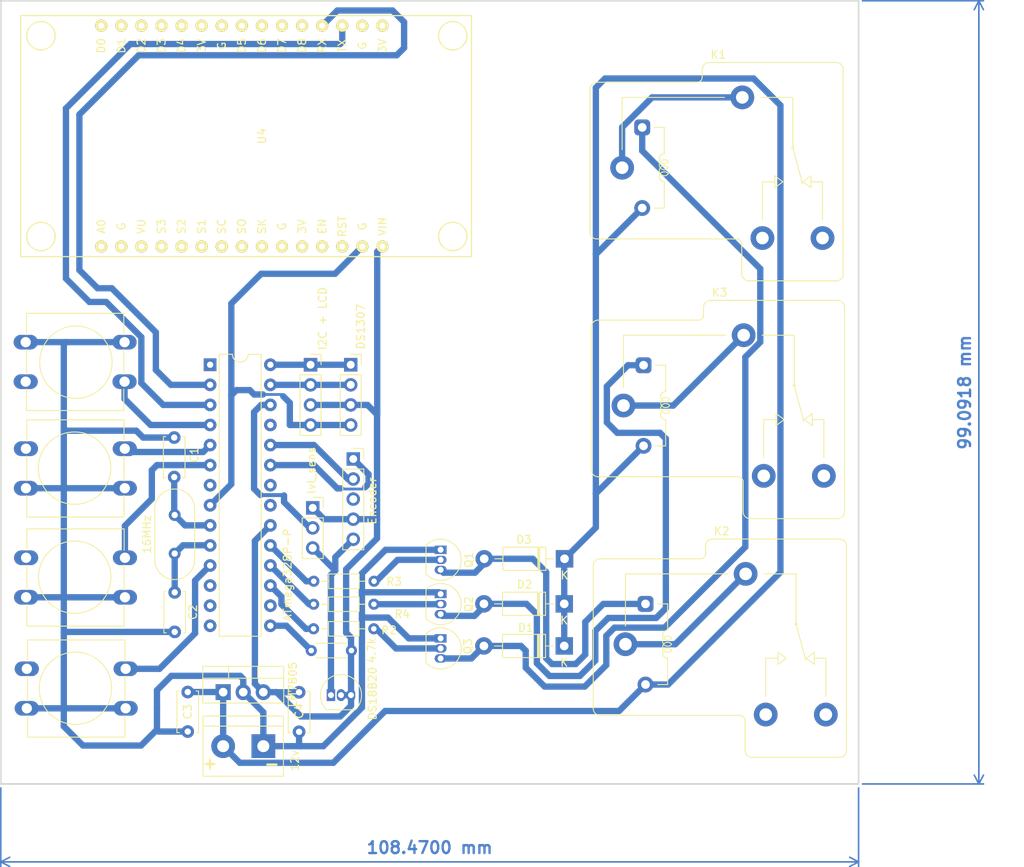
<source format=kicad_pcb>
(kicad_pcb (version 20211014) (generator pcbnew)
  (layers (0 "F.Cu" signal) (31 "B.Cu" signal) (34 "B.Paste" user) (35 "F.Paste" user) (36 "B.SilkS" user "B.Silkscreen") (37 "F.SilkS" user "F.Silkscreen") (38 "B.Mask" user) (39 "F.Mask" user) (44 "Edge.Cuts" user))
  (net 0 "")
  (net 1 "GND")
  (net 2 "Net-(SW1-Pad2)")
  (net 3 "Net-(SW2-Pad2)")
  (net 4 "Net-(SW3-Pad2)")
  (net 5 "Net-(SW4-Pad2)")
  (net 7 "+5V")
  (net 12 "+12V")
  (net 14 "Net-(D1-Pad2)")
  (net 15 "Net-(D2-Pad2)")
  (net 16 "Net-(C1-Pad1)")
  (net 17 "Net-(C2-Pad1)")
  (net 18 "Net-(Lvl_sens1-Pad2)")
  (net 19 "Net-(K1-Pad11A)")
  (net 22 "Net-(K2-Pad11A)")
  (net 25 "Net-(K3-Pad11A)")
  (net 28 "Net-(Q1-Pad2)")
  (net 29 "Net-(Q2-Pad2)")
  (net 30 "Net-(Q3-Pad2)")
  (net 31 "Net-(D3-Pad2)")
  (net 32 "Net-(R1-Pad2)")
  (net 33 "Net-(R2-Pad2)")
  (net 34 "Net-(R3-Pad2)")
  (net 36 "Net-(R4-Pad2)")
  (net 37 "Net-(J4-Pad1)")
  (net 38 "Net-(J4-Pad2)")
  (net 40 "Net-(J2-Pad1)")
  (net 41 "Net-(J2-Pad2)")
  (net 42 "Net-(U3-Pad2)")
  (net 43 "Net-(U3-Pad3)")
  (footprint "Capacitor_THT:C_Disc_D5.0mm_W2.5mm_P5.00mm" (layer "F.Cu") (at 140.31 113.9 -90)
    (fp_text reference "C2" (at 2.5 -2.300739 90) (layer "F.SilkS"))
    (fp_text value "20pF")
    (pad "1" thru_hole circle (at 0 0 270) (size 1.6 1.6) (drill 0.8) (layers *.Cu *.Mask) (net 17 "Net-(C2-Pad1)"))
    (pad "2" thru_hole circle (at 5 0 270) (size 1.6 1.6) (drill 0.8) (layers *.Cu *.Mask) (net 1 "GND"))
  )
  (footprint "Button_Switch_THT:SW_PUSH-12mm" (layer "F.Cu") (at 134.11 128.57 180)
    (fp_text reference "SW4" hide)
    (fp_text value "SW_Push" hide)
    (pad "1" thru_hole oval (at 12.5 0 180) (size 3.048 1.85) (drill 1.3) (layers *.Cu *.Mask) (net 1 "GND"))
    (pad "1" thru_hole oval (at 0 0 180) (size 3.048 1.85) (drill 1.3) (layers *.Cu *.Mask) (net 1 "GND"))
    (pad "2" thru_hole oval (at 12.5 5 180) (size 3.048 1.85) (drill 1.3) (layers *.Cu *.Mask) (net 5 "Net-(SW4-Pad2)"))
    (pad "2" thru_hole oval (at 0 5 180) (size 3.048 1.85) (drill 1.3) (layers *.Cu *.Mask) (net 5 "Net-(SW4-Pad2)"))
  )
  (footprint "Package_TO_SOT_THT:TO-220-3_Vertical" (layer "F.Cu") (at 146.439094 126.526967)
    (fp_text reference "U1" hide)
    (fp_text value "LM7805" (at 8.800906 -0.956967 270) (layer "F.SilkS"))
    (pad "1" thru_hole rect (at 0 0) (size 1.905 2) (drill 1.1) (layers *.Cu *.Mask) (net 12 "+12V"))
    (pad "2" thru_hole oval (at 2.54 0) (size 1.905 2) (drill 1.1) (layers *.Cu *.Mask) (net 1 "GND"))
    (pad "3" thru_hole oval (at 5.08 0) (size 1.905 2) (drill 1.1) (layers *.Cu *.Mask) (net 7 "+5V"))
  )
  (footprint "Capacitor_THT:C_Disc_D5.0mm_W2.5mm_P5.00mm" (layer "F.Cu") (at 141.96 131.51 90)
    (fp_text reference "C3" (at 2.52 -0.01 90) (layer "F.SilkS"))
    (fp_text value "330nF" hide)
    (pad "1" thru_hole circle (at 0 0 90) (size 1.6 1.6) (drill 0.8) (layers *.Cu *.Mask) (net 1 "GND"))
    (pad "2" thru_hole circle (at 5 0 90) (size 1.6 1.6) (drill 0.8) (layers *.Cu *.Mask) (net 12 "+12V"))
  )
  (footprint "Package_TO_SOT_THT:TO-92_Inline" (layer "F.Cu") (at 173.94 114.11 -90)
    (fp_text reference "Q2" (at 1.29 -3.57 90) (layer "F.SilkS"))
    (fp_text value "PN2222A")
    (pad "1" thru_hole rect (at 0 0 270) (size 1.05 1.5) (drill 0.75) (layers *.Cu *.Mask) (net 1 "GND"))
    (pad "2" thru_hole oval (at 1.27 0 270) (size 1.05 1.5) (drill 0.75) (layers *.Cu *.Mask) (net 29 "Net-(Q2-Pad2)"))
    (pad "3" thru_hole oval (at 2.54 0 270) (size 1.05 1.5) (drill 0.75) (layers *.Cu *.Mask) (net 15 "Net-(D2-Pad2)"))
  )
  (footprint "ESP8266 LOLiN v3:ESP8266" (layer "F.Cu") (at 151.34 56.17 90)
    (fp_text reference "U4" (at 0 0 90) (layer "F.SilkS"))
    (fp_text value "NodeMCU1.0(ESP-12E)")
    (fp_text user "G" (at 11.43 -5.08 90) (layer "F.SilkS"))
    (fp_text user "EN" (at -11.43 7.62 90) (layer "F.SilkS"))
    (fp_text user "VIN" (at -11.43 15.24 90) (layer "F.SilkS"))
    (fp_text user "3V" (at 11.43 15.24 90) (layer "F.SilkS"))
    (fp_text user "3V" (at 11.43 -7.62 90) (layer "F.SilkS"))
    (fp_text user "A0" (at -11.43 -20.32 90) (layer "F.SilkS"))
    (fp_text user "S2" (at -11.43 -10.16 90) (layer "F.SilkS"))
    (fp_text user "D1" (at 11.43 -17.78 90) (layer "F.SilkS"))
    (fp_text user "G" (at 11.43 12.7 90) (layer "F.SilkS"))
    (fp_text user "D7" (at 11.43 2.54 90) (layer "F.SilkS"))
    (fp_text user "RX" (at 11.43 7.62 90) (layer "F.SilkS"))
    (fp_text user "SO" (at -11.43 -2.54 90) (layer "F.SilkS"))
    (fp_text user "G" (at -11.43 2.54 90) (layer "F.SilkS"))
    (fp_text user "D6" (at 11.43 0 90) (layer "F.SilkS"))
    (fp_text user "G" (at -11.43 -17.78 90) (layer "F.SilkS"))
    (fp_text user "SC" (at -11.43 -5.08 90) (layer "F.SilkS"))
    (fp_text user "D0" (at 11.43 -20.32 90) (layer "F.SilkS"))
    (fp_text user "G" (at -11.43 12.7 90) (layer "F.SilkS"))
    (fp_text user "3V" (at -11.43 5.08 90) (layer "F.SilkS"))
    (fp_text user "SK" (at -11.43 0 90) (layer "F.SilkS"))
    (fp_text user "S3" (at -11.43 -12.7 90) (layer "F.SilkS"))
    (fp_text user "D4" (at 11.43 -10.16 90) (layer "F.SilkS"))
    (fp_text user "D2" (at 11.43 -15.24 90) (layer "F.SilkS"))
    (fp_text user "D8" (at 11.43 5.08 90) (layer "F.SilkS"))
    (fp_text user "S1" (at -11.43 -7.62 90) (layer "F.SilkS"))
    (fp_text user "TX" (at 11.43 10.16 90) (layer "F.SilkS"))
    (fp_text user "D5" (at 11.43 -2.54 90) (layer "F.SilkS"))
    (fp_text user "VU" (at -11.43 -15.24 90) (layer "F.SilkS"))
    (fp_text user "D3" (at 11.43 -12.7 90) (layer "F.SilkS"))
    (fp_text user "RST" (at -11.43 10.16 90) (layer "F.SilkS"))
    (pad "1" thru_hole circle locked (at -13.97 -20.32 90) (size 1.524 1.524) (drill 0.762) (layers *.Cu *.Mask "F.SilkS"))
    (pad "2" thru_hole circle locked (at -13.97 -17.78 90) (size 1.524 1.524) (drill 0.762) (layers *.Cu *.Mask "F.SilkS"))
    (pad "3" thru_hole circle locked (at -13.97 -15.24 90) (size 1.524 1.524) (drill 0.762) (layers *.Cu *.Mask "F.SilkS"))
    (pad "4" thru_hole circle locked (at -13.97 -12.7 90) (size 1.524 1.524) (drill 0.762) (layers *.Cu *.Mask "F.SilkS"))
    (pad "5" thru_hole circle locked (at -13.97 -10.16 90) (size 1.524 1.524) (drill 0.762) (layers *.Cu *.Mask "F.SilkS"))
    (pad "6" thru_hole circle locked (at -13.97 -7.62 90) (size 1.524 1.524) (drill 0.762) (layers *.Cu *.Mask "F.SilkS"))
    (pad "7" thru_hole circle locked (at -13.97 -5.08 90) (size 1.524 1.524) (drill 0.762) (layers *.Cu *.Mask "F.SilkS"))
    (pad "8" thru_hole circle locked (at -13.97 -2.54 90) (size 1.524 1.524) (drill 0.762) (layers *.Cu *.Mask "F.SilkS"))
    (pad "9" thru_hole circle locked (at -13.97 0 90) (size 1.524 1.524) (drill 0.762) (layers *.Cu *.Mask "F.SilkS"))
    (pad "10" thru_hole circle locked (at -13.97 2.54 90) (size 1.524 1.524) (drill 0.762) (layers *.Cu *.Mask "F.SilkS"))
    (pad "11" thru_hole circle locked (at -13.97 5.08 90) (size 1.524 1.524) (drill 0.762) (layers *.Cu *.Mask "F.SilkS"))
    (pad "12" thru_hole circle locked (at -13.97 7.62 90) (size 1.524 1.524) (drill 0.762) (layers *.Cu *.Mask "F.SilkS"))
    (pad "13" thru_hole circle locked (at -13.97 10.16 90) (size 1.524 1.524) (drill 0.762) (layers *.Cu *.Mask "F.SilkS"))
    (pad "14" thru_hole circle locked (at -13.97 12.7 90) (size 1.524 1.524) (drill 0.762) (layers *.Cu *.Mask "F.SilkS") (net 1 "GND"))
    (pad "15" thru_hole circle locked (at -13.97 15.24 90) (size 1.524 1.524) (drill 0.762) (layers *.Cu *.Mask "F.SilkS") (net 7 "+5V"))
    (pad "16" thru_hole circle locked (at 13.97 15.24 90) (size 1.524 1.524) (drill 0.762) (layers *.Cu *.Mask "F.SilkS"))
    (pad "17" thru_hole circle locked (at 13.97 12.7 90) (size 1.524 1.524) (drill 0.762) (layers *.Cu *.Mask "F.SilkS"))
    (pad "18" thru_hole circle locked (at 13.97 10.16 90) (size 1.524 1.524) (drill 0.762) (layers *.Cu *.Mask "F.SilkS") (net 43 "Net-(U3-Pad3)"))
    (pad "19" thru_hole circle locked (at 13.97 7.62 90) (size 1.524 1.524) (drill 0.762) (layers *.Cu *.Mask "F.SilkS") (net 42 "Net-(U3-Pad2)"))
    (pad "20" thru_hole circle locked (at 13.97 5.08 90) (size 1.524 1.524) (drill 0.762) (layers *.Cu *.Mask "F.SilkS"))
    (pad "21" thru_hole circle locked (at 13.97 2.54 90) (size 1.524 1.524) (drill 0.762) (layers *.Cu *.Mask "F.SilkS"))
    (pad "22" thru_hole circle locked (at 13.97 0 90) (size 1.524 1.524) (drill 0.762) (layers *.Cu *.Mask "F.SilkS"))
    (pad "23" thru_hole circle locked (at 13.97 -2.54 90) (size 1.524 1.524) (drill 0.762) (layers *.Cu *.Mask "F.SilkS"))
    (pad "24" thru_hole circle locked (at 13.97 -5.08 90) (size 1.524 1.524) (drill 0.762) (layers *.Cu *.Mask "F.SilkS"))
    (pad "25" thru_hole circle locked (at 13.97 -7.62 90) (size 1.524 1.524) (drill 0.762) (layers *.Cu *.Mask "F.SilkS"))
    (pad "26" thru_hole circle locked (at 13.97 -10.16 90) (size 1.524 1.524) (drill 0.762) (layers *.Cu *.Mask "F.SilkS"))
    (pad "27" thru_hole circle locked (at 13.97 -12.7 90) (size 1.524 1.524) (drill 0.762) (layers *.Cu *.Mask "F.SilkS"))
    (pad "28" thru_hole circle locked (at 13.97 -15.24 90) (size 1.524 1.524) (drill 0.762) (layers *.Cu *.Mask "F.SilkS"))
    (pad "29" thru_hole circle locked (at 13.97 -17.78 90) (size 1.524 1.524) (drill 0.762) (layers *.Cu *.Mask "F.SilkS"))
    (pad "30" thru_hole circle locked (at 13.97 -20.32 90) (size 1.524 1.524) (drill 0.762) (layers *.Cu *.Mask "F.SilkS"))
  )
  (footprint "Diode_THT:D_DO-41_SOD81_P10.16mm_Horizontal" (layer "F.Cu") (at 189.57 115.35 180)
    (fp_text reference "D2" (at 5.02 2.45) (layer "F.SilkS"))
    (fp_text value "1N4007")
    (fp_text user "K" (at 0 -2.1) (layer "F.SilkS"))
    (pad "1" thru_hole rect (at 0 0 180) (size 2.2 2.2) (drill 1.1) (layers *.Cu *.Mask) (net 12 "+12V"))
    (pad "2" thru_hole oval (at 10.16 0 180) (size 2.2 2.2) (drill 1.1) (layers *.Cu *.Mask) (net 15 "Net-(D2-Pad2)"))
  )
  (footprint "Package_TO_SOT_THT:TO-92_Inline" (layer "F.Cu") (at 173.94 108.51 -90)
    (fp_text reference "Q1" (at 1.28 -3.58 90) (layer "F.SilkS"))
    (fp_text value "PN2222A")
    (pad "1" thru_hole rect (at 0 0 270) (size 1.05 1.5) (drill 0.75) (layers *.Cu *.Mask) (net 1 "GND"))
    (pad "2" thru_hole oval (at 1.27 0 270) (size 1.05 1.5) (drill 0.75) (layers *.Cu *.Mask) (net 28 "Net-(Q1-Pad2)"))
    (pad "3" thru_hole oval (at 2.54 0 270) (size 1.05 1.5) (drill 0.75) (layers *.Cu *.Mask) (net 31 "Net-(D3-Pad2)"))
  )
  (footprint "Resistor_THT:R_Axial_DIN0204_L3.6mm_D1.6mm_P7.62mm_Horizontal" (layer "F.Cu") (at 165.49 118.51 180)
    (fp_text reference "R2" (at -1.91 -0.18 180) (layer "F.SilkS"))
    (fp_text value "1k")
    (pad "1" thru_hole circle (at 0 0 180) (size 1.4 1.4) (drill 0.7) (layers *.Cu *.Mask) (net 30 "Net-(Q3-Pad2)"))
    (pad "2" thru_hole oval (at 7.62 0 180) (size 1.4 1.4) (drill 0.7) (layers *.Cu *.Mask) (net 33 "Net-(R2-Pad2)"))
  )
  (footprint "Relay_THT:Relay_SPDT_RAYEX-L90" (layer "F.Cu") (at 197.31 120.46)
    (fp_text reference "K2" (at 12.1666 -14.3) (layer "F.SilkS"))
    (fp_text value "RAYEX-L90")
    (pad "11A" thru_hole circle (at 0 0 180) (size 3 3) (drill 1.6) (layers *.Cu *.Mask) (net 22 "Net-(K2-Pad11A)"))
    (pad "11B" thru_hole circle (at 15.2 -8.9 180) (size 3 3) (drill 1.6) (layers *.Cu *.Mask) (net 22 "Net-(K2-Pad11A)"))
    (pad "12" thru_hole circle (at 25.34 8.9 180) (size 3 3) (drill 1.6) (layers *.Cu *.Mask))
    (pad "14" thru_hole circle (at 17.74 8.9 180) (size 3 3) (drill 1.6) (layers *.Cu *.Mask))
    (pad "A1" thru_hole roundrect (at 2.54 -5.1 180) (size 2 2) (drill 1.1) (layers *.Cu *.Mask) (net 31 "Net-(D3-Pad2)"))
    (pad "A2" thru_hole circle (at 2.54 5.1 180) (size 2 2) (drill 1.1) (layers *.Cu *.Mask) (net 12 "+12V"))
  )
  (footprint "Connector_PinSocket_2.54mm:PinSocket_1x05_P2.54mm_Vertical" (layer "F.Cu") (at 162.89 97.02)
    (fp_text reference "J4" hide)
    (fp_text value "Encoder" (at 2.41 5.32 90) (layer "F.SilkS"))
    (pad "1" thru_hole rect (at 0 0) (size 1.7 1.7) (drill 1) (layers *.Cu *.Mask) (net 37 "Net-(J4-Pad1)"))
    (pad "2" thru_hole oval (at 0 2.54) (size 1.7 1.7) (drill 1) (layers *.Cu *.Mask) (net 38 "Net-(J4-Pad2)"))
    (pad "3" thru_hole oval (at 0 5.08) (size 1.7 1.7) (drill 1) (layers *.Cu *.Mask))
    (pad "4" thru_hole oval (at 0 7.62) (size 1.7 1.7) (drill 1) (layers *.Cu *.Mask) (net 7 "+5V"))
    (pad "5" thru_hole oval (at 0 10.16) (size 1.7 1.7) (drill 1) (layers *.Cu *.Mask) (net 1 "GND"))
  )
  (footprint "Button_Switch_THT:SW_PUSH-12mm" (layer "F.Cu") (at 121.47 82.24)
    (fp_text reference "SW1" hide)
    (fp_text value "SW_Push" hide)
    (pad "1" thru_hole oval (at 12.5 0) (size 3.048 1.85) (drill 1.3) (layers *.Cu *.Mask) (net 1 "GND"))
    (pad "1" thru_hole oval (at 0 0) (size 3.048 1.85) (drill 1.3) (layers *.Cu *.Mask) (net 1 "GND"))
    (pad "2" thru_hole oval (at 12.5 5) (size 3.048 1.85) (drill 1.3) (layers *.Cu *.Mask) (net 2 "Net-(SW1-Pad2)"))
    (pad "2" thru_hole oval (at 0 5) (size 3.048 1.85) (drill 1.3) (layers *.Cu *.Mask) (net 2 "Net-(SW1-Pad2)"))
  )
  (footprint "Button_Switch_THT:SW_PUSH-12mm" (layer "F.Cu") (at 134.02 114.52 180)
    (fp_text reference "SW3" hide)
    (fp_text value "SW_Push" hide)
    (pad "1" thru_hole oval (at 12.5 0 180) (size 3.048 1.85) (drill 1.3) (layers *.Cu *.Mask) (net 1 "GND"))
    (pad "1" thru_hole oval (at 0 0 180) (size 3.048 1.85) (drill 1.3) (layers *.Cu *.Mask) (net 1 "GND"))
    (pad "2" thru_hole oval (at 0 5 180) (size 3.048 1.85) (drill 1.3) (layers *.Cu *.Mask) (net 4 "Net-(SW3-Pad2)"))
    (pad "2" thru_hole oval (at 12.5 5 180) (size 3.048 1.85) (drill 1.3) (layers *.Cu *.Mask) (net 4 "Net-(SW3-Pad2)"))
  )
  (footprint "Package_TO_SOT_THT:TO-92_Inline" (layer "F.Cu") (at 160.07 126.9)
    (fp_text reference "U2" hide)
    (fp_text value "DS18B20" (at 5.26 -0.2 90) (layer "F.SilkS"))
    (pad "1" thru_hole rect (at 0 0) (size 1.05 1.5) (drill 0.75) (layers *.Cu *.Mask) (net 1 "GND"))
    (pad "2" thru_hole oval (at 1.27 0) (size 1.05 1.5) (drill 0.75) (layers *.Cu *.Mask) (net 7 "+5V"))
    (pad "3" thru_hole oval (at 2.54 0) (size 1.05 1.5) (drill 0.75) (layers *.Cu *.Mask) (net 7 "+5V"))
  )
  (footprint "Capacitor_THT:C_Disc_D5.0mm_W2.5mm_P5.00mm" (layer "F.Cu") (at 140.25 99.31 90)
    (fp_text reference "C1" (at 2.79 2.54 90) (layer "F.SilkS"))
    (fp_text value "20pF")
    (pad "1" thru_hole circle (at 0 0 90) (size 1.6 1.6) (drill 0.8) (layers *.Cu *.Mask) (net 16 "Net-(C1-Pad1)"))
    (pad "2" thru_hole circle (at 5 0 90) (size 1.6 1.6) (drill 0.8) (layers *.Cu *.Mask) (net 1 "GND"))
  )
  (footprint "Capacitor_THT:C_Disc_D5.0mm_W2.5mm_P5.00mm" (layer "F.Cu") (at 156.04 131.54 90)
    (fp_text reference "C4" (at 2.61 0.01 90) (layer "F.SilkS"))
    (fp_text value "100nF" hide)
    (pad "1" thru_hole circle (at 0 0 90) (size 1.6 1.6) (drill 0.8) (layers *.Cu *.Mask) (net 1 "GND"))
    (pad "2" thru_hole circle (at 5 0 90) (size 1.6 1.6) (drill 0.8) (layers *.Cu *.Mask) (net 7 "+5V"))
  )
  (footprint "TerminalBlock:TerminalBlock_bornier-2_P5.08mm" (layer "F.Cu") (at 151.519094 133.36 180)
    (fp_text reference "J1" hide)
    (fp_text value "12v" (at -3.980906 -1.83 90) (layer "F.SilkS"))
    (pad "1" thru_hole rect (at 0 0 180) (size 3 3) (drill 1.52) (layers *.Cu *.Mask) (net 1 "GND"))
    (pad "2" thru_hole circle (at 5.08 0 180) (size 3 3) (drill 1.52) (layers *.Cu *.Mask) (net 12 "+12V"))
  )
  (footprint "Crystal:Crystal_HC49-4H_Vertical" (layer "F.Cu") (at 140.31 104.11 -90)
    (fp_text reference "Y1" hide)
    (fp_text value "16MHz" (at 2.44 3.525 90) (layer "F.SilkS"))
    (pad "1" thru_hole circle (at 0 0 270) (size 1.5 1.5) (drill 0.8) (layers *.Cu *.Mask) (net 16 "Net-(C1-Pad1)"))
    (pad "2" thru_hole circle (at 4.88 0 270) (size 1.5 1.5) (drill 0.8) (layers *.Cu *.Mask) (net 17 "Net-(C2-Pad1)"))
  )
  (footprint "Package_DIP:DIP-28_W7.62mm" (layer "F.Cu") (at 144.79 85.1)
    (fp_text reference "U3" hide)
    (fp_text value "ATmega328P-P" (at 9.79 26.59 90) (layer "F.SilkS"))
    (pad "1" thru_hole rect (at 0 0) (size 1.6 1.6) (drill 0.8) (layers *.Cu *.Mask))
    (pad "2" thru_hole oval (at 0 2.54) (size 1.6 1.6) (drill 0.8) (layers *.Cu *.Mask) (net 42 "Net-(U3-Pad2)"))
    (pad "3" thru_hole oval (at 0 5.08) (size 1.6 1.6) (drill 0.8) (layers *.Cu *.Mask) (net 43 "Net-(U3-Pad3)"))
    (pad "4" thru_hole oval (at 0 7.62) (size 1.6 1.6) (drill 0.8) (layers *.Cu *.Mask) (net 2 "Net-(SW1-Pad2)"))
    (pad "5" thru_hole oval (at 0 10.16) (size 1.6 1.6) (drill 0.8) (layers *.Cu *.Mask) (net 3 "Net-(SW2-Pad2)"))
    (pad "6" thru_hole oval (at 0 12.7) (size 1.6 1.6) (drill 0.8) (layers *.Cu *.Mask) (net 4 "Net-(SW3-Pad2)"))
    (pad "7" thru_hole oval (at 0 15.24) (size 1.6 1.6) (drill 0.8) (layers *.Cu *.Mask) (net 7 "+5V"))
    (pad "8" thru_hole oval (at 0 17.78) (size 1.6 1.6) (drill 0.8) (layers *.Cu *.Mask) (net 1 "GND"))
    (pad "9" thru_hole oval (at 0 20.32) (size 1.6 1.6) (drill 0.8) (layers *.Cu *.Mask) (net 16 "Net-(C1-Pad1)"))
    (pad "10" thru_hole oval (at 0 22.86) (size 1.6 1.6) (drill 0.8) (layers *.Cu *.Mask) (net 17 "Net-(C2-Pad1)"))
    (pad "11" thru_hole oval (at 0 25.4) (size 1.6 1.6) (drill 0.8) (layers *.Cu *.Mask) (net 5 "Net-(SW4-Pad2)"))
    (pad "12" thru_hole oval (at 0 27.94) (size 1.6 1.6) (drill 0.8) (layers *.Cu *.Mask))
    (pad "13" thru_hole oval (at 0 30.48) (size 1.6 1.6) (drill 0.8) (layers *.Cu *.Mask))
    (pad "14" thru_hole oval (at 0 33.02) (size 1.6 1.6) (drill 0.8) (layers *.Cu *.Mask))
    (pad "15" thru_hole oval (at 7.62 33.02) (size 1.6 1.6) (drill 0.8) (layers *.Cu *.Mask) (net 32 "Net-(R1-Pad2)"))
    (pad "16" thru_hole oval (at 7.62 30.48) (size 1.6 1.6) (drill 0.8) (layers *.Cu *.Mask))
    (pad "17" thru_hole oval (at 7.62 27.94) (size 1.6 1.6) (drill 0.8) (layers *.Cu *.Mask) (net 33 "Net-(R2-Pad2)"))
    (pad "18" thru_hole oval (at 7.62 25.4) (size 1.6 1.6) (drill 0.8) (layers *.Cu *.Mask) (net 36 "Net-(R4-Pad2)"))
    (pad "19" thru_hole oval (at 7.62 22.86) (size 1.6 1.6) (drill 0.8) (layers *.Cu *.Mask) (net 34 "Net-(R3-Pad2)"))
    (pad "20" thru_hole oval (at 7.62 20.32) (size 1.6 1.6) (drill 0.8) (layers *.Cu *.Mask) (net 7 "+5V"))
    (pad "21" thru_hole oval (at 7.62 17.78) (size 1.6 1.6) (drill 0.8) (layers *.Cu *.Mask))
    (pad "22" thru_hole oval (at 7.62 15.24) (size 1.6 1.6) (drill 0.8) (layers *.Cu *.Mask) (net 1 "GND"))
    (pad "23" thru_hole oval (at 7.62 12.7) (size 1.6 1.6) (drill 0.8) (layers *.Cu *.Mask) (net 37 "Net-(J4-Pad1)"))
    (pad "24" thru_hole oval (at 7.62 10.16) (size 1.6 1.6) (drill 0.8) (layers *.Cu *.Mask) (net 38 "Net-(J4-Pad2)"))
    (pad "25" thru_hole oval (at 7.62 7.62) (size 1.6 1.6) (drill 0.8) (layers *.Cu *.Mask))
    (pad "26" thru_hole oval (at 7.62 5.08) (size 1.6 1.6) (drill 0.8) (layers *.Cu *.Mask) (net 18 "Net-(Lvl_sens1-Pad2)"))
    (pad "27" thru_hole oval (at 7.62 2.54) (size 1.6 1.6) (drill 0.8) (layers *.Cu *.Mask) (net 41 "Net-(J2-Pad2)"))
    (pad "28" thru_hole oval (at 7.62 0) (size 1.6 1.6) (drill 0.8) (layers *.Cu *.Mask) (net 40 "Net-(J2-Pad1)"))
  )
  (footprint "Package_TO_SOT_THT:TO-92_Inline" (layer "F.Cu") (at 173.94 119.72 -90)
    (fp_text reference "Q3" (at 1.001483 -3.466876 90) (layer "F.SilkS"))
    (fp_text value "PN2222A")
    (pad "1" thru_hole rect (at 0 0 270) (size 1.05 1.5) (drill 0.75) (layers *.Cu *.Mask) (net 1 "GND"))
    (pad "2" thru_hole oval (at 1.27 0 270) (size 1.05 1.5) (drill 0.75) (layers *.Cu *.Mask) (net 30 "Net-(Q3-Pad2)"))
    (pad "3" thru_hole oval (at 2.54 0 270) (size 1.05 1.5) (drill 0.75) (layers *.Cu *.Mask) (net 14 "Net-(D1-Pad2)"))
  )
  (footprint "Connector_PinSocket_2.54mm:PinSocket_1x03_P2.54mm_Vertical" (layer "F.Cu") (at 157.765 103.205)
    (fp_text reference "Lvl_sens1" hide)
    (fp_text value "lvl_sens" (at -0.155 -4.735 90) (layer "F.SilkS"))
    (pad "1" thru_hole rect (at 0 0) (size 1.7 1.7) (drill 1) (layers *.Cu *.Mask) (net 7 "+5V"))
    (pad "2" thru_hole oval (at 0 2.54) (size 1.7 1.7) (drill 1) (layers *.Cu *.Mask) (net 18 "Net-(Lvl_sens1-Pad2)"))
    (pad "3" thru_hole oval (at 0 5.08) (size 1.7 1.7) (drill 1) (layers *.Cu *.Mask) (net 1 "GND"))
  )
  (footprint "Diode_THT:D_DO-41_SOD81_P10.16mm_Horizontal" (layer "F.Cu") (at 189.57 120.68 180)
    (fp_text reference "D1" (at 4.87 2.29) (layer "F.SilkS"))
    (fp_text value "1N4007")
    (fp_text user "K" (at 0 -2.1) (layer "F.SilkS"))
    (pad "1" thru_hole rect (at 0 0 180) (size 2.2 2.2) (drill 1.1) (layers *.Cu *.Mask) (net 12 "+12V"))
    (pad "2" thru_hole oval (at 10.16 0 180) (size 2.2 2.2) (drill 1.1) (layers *.Cu *.Mask) (net 14 "Net-(D1-Pad2)"))
  )
  (footprint "Resistor_THT:R_Axial_DIN0204_L3.6mm_D1.6mm_P5.08mm_Horizontal" (layer "F.Cu") (at 162.66 121.26 180)
    (fp_text reference "R1" hide)
    (fp_text value "4.7k" (at -2.54 0 90) (layer "F.SilkS"))
    (pad "1" thru_hole circle (at 0 0 180) (size 1.4 1.4) (drill 0.7) (layers *.Cu *.Mask) (net 7 "+5V"))
    (pad "2" thru_hole oval (at 5.08 0 180) (size 1.4 1.4) (drill 0.7) (layers *.Cu *.Mask) (net 32 "Net-(R1-Pad2)"))
  )
  (footprint "Relay_THT:Relay_SPDT_RAYEX-L90" (layer "F.Cu") (at 197.06 90.26)
    (fp_text reference "K3" (at 12.1666 -14.3) (layer "F.SilkS"))
    (fp_text value "RAYEX-L90")
    (pad "11A" thru_hole circle (at 0 0 180) (size 3 3) (drill 1.6) (layers *.Cu *.Mask) (net 25 "Net-(K3-Pad11A)"))
    (pad "11B" thru_hole circle (at 15.2 -8.9 180) (size 3 3) (drill 1.6) (layers *.Cu *.Mask) (net 25 "Net-(K3-Pad11A)"))
    (pad "12" thru_hole circle (at 25.34 8.9 180) (size 3 3) (drill 1.6) (layers *.Cu *.Mask))
    (pad "14" thru_hole circle (at 17.74 8.9 180) (size 3 3) (drill 1.6) (layers *.Cu *.Mask))
    (pad "A1" thru_hole roundrect (at 2.54 -5.1 180) (size 2 2) (drill 1.1) (layers *.Cu *.Mask) (net 15 "Net-(D2-Pad2)"))
    (pad "A2" thru_hole circle (at 2.54 5.1 180) (size 2 2) (drill 1.1) (layers *.Cu *.Mask) (net 12 "+12V"))
  )
  (footprint "Relay_THT:Relay_SPDT_RAYEX-L90" (layer "F.Cu") (at 196.89 60.17)
    (fp_text reference "K1" (at 12.1666 -14.3) (layer "F.SilkS"))
    (fp_text value "RAYEX-L90")
    (pad "11A" thru_hole circle (at 0 0 180) (size 3 3) (drill 1.6) (layers *.Cu *.Mask) (net 19 "Net-(K1-Pad11A)"))
    (pad "11B" thru_hole circle (at 15.2 -8.9 180) (size 3 3) (drill 1.6) (layers *.Cu *.Mask) (net 19 "Net-(K1-Pad11A)"))
    (pad "12" thru_hole circle (at 25.34 8.9 180) (size 3 3) (drill 1.6) (layers *.Cu *.Mask))
    (pad "14" thru_hole circle (at 17.74 8.9 180) (size 3 3) (drill 1.6) (layers *.Cu *.Mask))
    (pad "A1" thru_hole roundrect (at 2.54 -5.1 180) (size 2 2) (drill 1.1) (layers *.Cu *.Mask) (net 14 "Net-(D1-Pad2)"))
    (pad "A2" thru_hole circle (at 2.54 5.1 180) (size 2 2) (drill 1.1) (layers *.Cu *.Mask) (net 12 "+12V"))
  )
  (footprint "Connector_PinSocket_2.54mm:PinSocket_1x04_P2.54mm_Vertical" (layer "F.Cu") (at 157.49 85.1)
    (fp_text reference "J2" hide)
    (fp_text value "I2C + LCD" (at 1.524 -5.842 90) (layer "F.SilkS"))
    (pad "1" thru_hole rect (at 0 0) (size 1.7 1.7) (drill 1) (layers *.Cu *.Mask) (net 40 "Net-(J2-Pad1)"))
    (pad "2" thru_hole oval (at 0 2.54) (size 1.7 1.7) (drill 1) (layers *.Cu *.Mask) (net 41 "Net-(J2-Pad2)"))
    (pad "3" thru_hole oval (at 0 5.08) (size 1.7 1.7) (drill 1) (layers *.Cu *.Mask) (net 7 "+5V"))
    (pad "4" thru_hole oval (at 0 7.62) (size 1.7 1.7) (drill 1) (layers *.Cu *.Mask) (net 1 "GND"))
  )
  (footprint "Resistor_THT:R_Axial_DIN0204_L3.6mm_D1.6mm_P7.62mm_Horizontal" (layer "F.Cu") (at 165.5 115.4 180)
    (fp_text reference "R4" (at -3.59 -1.26 180) (layer "F.SilkS"))
    (fp_text value "1k")
    (pad "1" thru_hole circle (at 0 0 180) (size 1.4 1.4) (drill 0.7) (layers *.Cu *.Mask) (net 29 "Net-(Q2-Pad2)"))
    (pad "2" thru_hole oval (at 7.62 0 180) (size 1.4 1.4) (drill 0.7) (layers *.Cu *.Mask) (net 36 "Net-(R4-Pad2)"))
  )
  (footprint "Resistor_THT:R_Axial_DIN0204_L3.6mm_D1.6mm_P7.62mm_Horizontal" (layer "F.Cu") (at 165.52 112.49 180)
    (fp_text reference "R3" (at -2.54 -0.05 180) (layer "F.SilkS"))
    (fp_text value "1k")
    (pad "1" thru_hole circle (at 0 0 180) (size 1.4 1.4) (drill 0.7) (layers *.Cu *.Mask) (net 28 "Net-(Q1-Pad2)"))
    (pad "2" thru_hole oval (at 7.62 0 180) (size 1.4 1.4) (drill 0.7) (layers *.Cu *.Mask) (net 34 "Net-(R3-Pad2)"))
  )
  (footprint "Diode_THT:D_DO-41_SOD81_P10.16mm_Horizontal" (layer "F.Cu") (at 189.61 109.65 180)
    (fp_text reference "D3" (at 5.13 2.42) (layer "F.SilkS"))
    (fp_text value "1N4007")
    (fp_text user "K" (at 0 -2.1) (layer "F.SilkS"))
    (pad "1" thru_hole rect (at 0 0 180) (size 2.2 2.2) (drill 1.1) (layers *.Cu *.Mask) (net 12 "+12V"))
    (pad "2" thru_hole oval (at 10.16 0 180) (size 2.2 2.2) (drill 1.1) (layers *.Cu *.Mask) (net 31 "Net-(D3-Pad2)"))
  )
  (footprint "Connector_PinSocket_2.54mm:PinSocket_1x04_P2.54mm_Vertical" (layer "F.Cu") (at 162.57 85.1)
    (fp_text reference "J3" hide)
    (fp_text value "DS1307" (at 1.27 -4.826 90) (layer "F.SilkS"))
    (pad "1" thru_hole rect (at 0 0) (size 1.7 1.7) (drill 1) (layers *.Cu *.Mask) (net 40 "Net-(J2-Pad1)"))
    (pad "2" thru_hole oval (at 0 2.54) (size 1.7 1.7) (drill 1) (layers *.Cu *.Mask) (net 41 "Net-(J2-Pad2)"))
    (pad "3" thru_hole oval (at 0 5.08) (size 1.7 1.7) (drill 1) (layers *.Cu *.Mask) (net 7 "+5V"))
    (pad "4" thru_hole oval (at 0 7.62) (size 1.7 1.7) (drill 1) (layers *.Cu *.Mask) (net 1 "GND"))
  )
  (footprint "Button_Switch_THT:SW_PUSH-12mm" (layer "F.Cu") (at 134 100.72 180)
    (fp_text reference "SW2" hide)
    (fp_text value "SW_Push" hide)
    (pad "1" thru_hole oval (at 0 0 180) (size 3.048 1.85) (drill 1.3) (layers *.Cu *.Mask) (net 1 "GND"))
    (pad "1" thru_hole oval (at 12.5 0 180) (size 3.048 1.85) (drill 1.3) (layers *.Cu *.Mask) (net 1 "GND"))
    (pad "2" thru_hole oval (at 12.5 5 180) (size 3.048 1.85) (drill 1.3) (layers *.Cu *.Mask) (net 3 "Net-(SW2-Pad2)"))
    (pad "2" thru_hole oval (at 0 5 180) (size 3.048 1.85) (drill 1.3) (layers *.Cu *.Mask) (net 3 "Net-(SW2-Pad2)"))
  )
  (gr_rect (start 118.32 138.14) (end 226.79 39.048181) (layer "Edge.Cuts") (width 0.2) (fill none))
  (gr_text "+" (at 144.78 135.51) (layer "F.SilkS") (effects (font (size 1.5 1.5) (thickness 0.3))))
  (gr_text "-" (at 152.6 135.58) (layer "F.SilkS") (effects (font (size 1.5 1.5) (thickness 0.3))))
  (dimension (type aligned) (layer "B.Cu") (pts (xy 118.32 138.14) (xy 226.79 138.14)) (height 9.86) (gr_text "108,4700 mm" (at 172.555 146.2) (layer "B.Cu") (effects (font (size 1.5 1.5) (thickness 0.3)))) (format (units 3) (units_format 1) (precision 4)) (style (thickness 0.2) (arrow_length 1.27) (text_position_mode 0) (extension_height 0.58642) (extension_offset 0.5) keep_text_aligned))
  (dimension (type aligned) (layer "B.Cu") (pts (xy 226.79 138.14) (xy 226.79 39.048181)) (height 15.21) (gr_text "99,0918 mm" (at 240.2 88.594091 90) (layer "B.Cu") (effects (font (size 1.5 1.5) (thickness 0.3)))) (format (units 3) (units_format 1) (precision 4)) (style (thickness 0.2) (arrow_length 1.27) (text_position_mode 0) (extension_height 0.58642) (extension_offset 0.5) keep_text_aligned))
  (segment (start 160.07 127.056402) (end 160.07 126.9) (width 0.8) (layer "B.Cu") (net 1))
  (segment (start 126.29 82.55) (end 126.6 82.24) (width 0.8) (layer "B.Cu") (net 1))
  (segment (start 153.81 88.86) (end 151.47 88.86) (width 0.35) (layer "B.Cu") (net 1))
  (segment (start 126.24 114.52) (end 126.29 114.47) (width 0.8) (layer "B.Cu") (net 1))
  (segment (start 138.31 131.51) (end 138.07 131.27) (width 0.8) (layer "B.Cu") (net 1))
  (segment (start 160.07 111.69) (end 160.62 111.14) (width 0.8) (layer "B.Cu") (net 1))
  (segment (start 148.979094 124.849094) (end 148.59 124.46) (width 0.8) (layer "B.Cu") (net 1))
  (segment (start 126.29 93.44) (end 126.29 82.55) (width 0.8) (layer "B.Cu") (net 1))
  (segment (start 126.29 118.96) (end 126.29 114.47) (width 0.8) (layer "B.Cu") (net 1))
  (segment (start 126.29 130.86) (end 126.29 128.63) (width 0.8) (layer "B.Cu") (net 1))
  (segment (start 151.519094 133.36) (end 156.21 133.36) (width 0.8) (layer "B.Cu") (net 1))
  (segment (start 163.99 128.475708) (end 163.99 117.18) (width 0.8) (layer "B.Cu") (net 1))
  (segment (start 160.07 126.9) (end 160.07 111.69) (width 0.8) (layer "B.Cu") (net 1))
  (segment (start 126.6 82.24) (end 133.97 82.24) (width 0.8) (layer "B.Cu") (net 1))
  (segment (start 121.52 114.52) (end 126.24 114.52) (width 0.8) (layer "B.Cu") (net 1))
  (segment (start 140.25 94.31) (end 136.323526 94.31) (width 0.8) (layer "B.Cu") (net 1))
  (segment (start 151.47 88.86) (end 150.36 88.86) (width 0.8) (layer "B.Cu") (net 1))
  (segment (start 156.04 131.54) (end 156.04 133.19) (width 0.8) (layer "B.Cu") (net 1))
  (segment (start 139.89 124.46) (end 138.07 126.28) (width 0.8) (layer "B.Cu") (net 1))
  (segment (start 126.35 118.9) (end 126.29 118.96) (width 0.8) (layer "B.Cu") (net 1))
  (segment (start 163.99 117.18) (end 163.99 113.89) (width 0.8) (layer "B.Cu") (net 1))
  (segment (start 173.72 113.89) (end 163.99 113.89) (width 0.8) (layer "B.Cu") (net 1))
  (segment (start 167.28 117.09) (end 164.08 117.09) (width 0.8) (layer "B.Cu") (net 1))
  (segment (start 160.62 111.14) (end 157.765 108.285) (width 0.8) (layer "B.Cu") (net 1))
  (segment (start 136.323526 94.31) (end 135.453526 93.44) (width 0.8) (layer "B.Cu") (net 1))
  (segment (start 141.96 131.51) (end 138.31 131.51) (width 0.8) (layer "B.Cu") (net 1))
  (segment (start 136.06 133.28) (end 128.71 133.28) (width 0.8) (layer "B.Cu") (net 1))
  (segment (start 138.07 126.28) (end 138.07 128.63) (width 0.8) (layer "B.Cu") (net 1))
  (segment (start 138.07 128.63) (end 138.07 131.27) (width 0.8) (layer "B.Cu") (net 1))
  (segment (start 128.71 133.28) (end 126.29 130.86) (width 0.8) (layer "B.Cu") (net 1))
  (segment (start 126.29 128.63) (end 126.29 118.96) (width 0.8) (layer "B.Cu") (net 1))
  (segment (start 162.57 92.72) (end 157.49 92.72) (width 0.8) (layer "B.Cu") (net 1))
  (segment (start 148.59 124.46) (end 139.89 124.46) (width 0.8) (layer "B.Cu") (net 1))
  (segment (start 150.36 88.86) (end 149.81048 88.31048) (width 0.8) (layer "B.Cu") (net 1))
  (segment (start 126.34 114.52) (end 126.29 114.47) (width 0.8) (layer "B.Cu") (net 1))
  (segment (start 160.62 109.45) (end 162.89 107.18) (width 0.8) (layer "B.Cu") (net 1))
  (segment (start 163.99 111.5) (end 166.98 108.51) (width 0.8) (layer "B.Cu") (net 1))
  (segment (start 148.12952 88.31048) (end 149.81048 88.31048) (width 0.8) (layer "B.Cu") (net 1))
  (segment (start 147.47 89.04) (end 147.47 77.36) (width 0.8) (layer "B.Cu") (net 1))
  (segment (start 126.29 100.94) (end 126.29 93.44) (width 0.8) (layer "B.Cu") (net 1))
  (segment (start 134.02 114.52) (end 126.34 114.52) (width 0.8) (layer "B.Cu") (net 1))
  (segment (start 121.61 128.57) (end 126.23 128.57) (width 0.8) (layer "B.Cu") (net 1))
  (segment (start 166.98 108.51) (end 173.94 108.51) (width 0.8) (layer "B.Cu") (net 1))
  (segment (start 126.29 114.47) (end 126.29 100.94) (width 0.8) (layer "B.Cu") (net 1))
  (segment (start 159.105708 133.36) (end 163.99 128.475708) (width 0.8) (layer "B.Cu") (net 1))
  (segment (start 126.07 100.72) (end 126.29 100.94) (width 0.8) (layer "B.Cu") (net 1))
  (segment (start 164.08 117.09) (end 163.99 117.18) (width 0.8) (layer "B.Cu") (net 1))
  (segment (start 147.47 77.36) (end 151.24 73.59) (width 0.8) (layer "B.Cu") (net 1))
  (segment (start 156.21 133.36) (end 159.105708 133.36) (width 0.8) (layer "B.Cu") (net 1))
  (segment (start 151.24 73.59) (end 160.59 73.59) (width 0.8) (layer "B.Cu") (net 1))
  (segment (start 154.87 89.92) (end 154.04 89.09) (width 0.8) (layer "B.Cu") (net 1))
  (segment (start 151.519094 133.36) (end 151.519094 129.066967) (width 0.8) (layer "B.Cu") (net 1))
  (segment (start 147.47 88.97) (end 148.12952 88.31048) (width 0.8) (layer "B.Cu") (net 1))
  (segment (start 163.99 113.89) (end 163.99 111.5) (width 0.8) (layer "B.Cu") (net 1))
  (segment (start 173.94 119.72) (end 169.91 119.72) (width 0.8) (layer "B.Cu") (net 1))
  (segment (start 160.59 73.59) (end 164.04 70.14) (width 0.8) (layer "B.Cu") (net 1))
  (segment (start 134.11 128.57) (end 126.23 128.57) (width 0.8) (layer "B.Cu") (net 1))
  (segment (start 173.94 114.11) (end 173.72 113.89) (width 0.8) (layer "B.Cu") (net 1))
  (segment (start 138.07 131.27) (end 136.06 133.28) (width 0.8) (layer "B.Cu") (net 1))
  (segment (start 134 100.72) (end 126.07 100.72) (width 0.8) (layer "B.Cu") (net 1))
  (segment (start 160.62 111.14) (end 160.62 109.45) (width 0.8) (layer "B.Cu") (net 1))
  (segment (start 121.47 82.24) (end 126.6 82.24) (width 0.8) (layer "B.Cu") (net 1))
  (segment (start 156.04 133.19) (end 156.21 133.36) (width 0.8) (layer "B.Cu") (net 1))
  (segment (start 126.23 128.57) (end 126.29 128.63) (width 0.8) (layer "B.Cu") (net 1))
  (segment (start 144.79 102.88) (end 147.47 100.2) (width 0.8) (layer "B.Cu") (net 1))
  (segment (start 135.453526 93.44) (end 126.29 93.44) (width 0.8) (layer "B.Cu") (net 1))
  (segment (start 147.47 100.2) (end 147.47 88.97) (width 0.8) (layer "B.Cu") (net 1))
  (segment (start 121.5 100.72) (end 126.07 100.72) (width 0.8) (layer "B.Cu") (net 1))
  (segment (start 169.91 119.72) (end 167.28 117.09) (width 0.8) (layer "B.Cu") (net 1))
  (segment (start 148.979094 126.526967) (end 148.979094 124.849094) (width 0.8) (layer "B.Cu") (net 1))
  (segment (start 154.87 92.72) (end 154.87 89.92) (width 0.8) (layer "B.Cu") (net 1))
  (segment (start 157.49 92.72) (end 154.87 92.72) (width 0.8) (layer "B.Cu") (net 1))
  (segment (start 140.31 118.9) (end 126.35 118.9) (width 0.8) (layer "B.Cu") (net 1))
  (segment (start 151.519094 129.066967) (end 148.979094 126.526967) (width 0.8) (layer "B.Cu") (net 1))
  (segment (start 133.97 87.24) (end 133.97 89.42) (width 0.8) (layer "B.Cu") (net 2))
  (segment (start 137.27 92.72) (end 144.79 92.72) (width 0.8) (layer "B.Cu") (net 2))
  (segment (start 133.97 89.42) (end 137.27 92.72) (width 0.8) (layer "B.Cu") (net 2))
  (segment (start 143.91 96.14) (end 144.79 95.26) (width 0.8) (layer "B.Cu") (net 3))
  (segment (start 134.42 96.14) (end 143.91 96.14) (width 0.8) (layer "B.Cu") (net 3))
  (segment (start 134 95.72) (end 134.42 96.14) (width 0.8) (layer "B.Cu") (net 3))
  (segment (start 134.02 109.52) (end 134.02 105.47) (width 0.8) (layer "B.Cu") (net 4))
  (segment (start 137.42 98.44) (end 138.06 97.8) (width 0.8) (layer "B.Cu") (net 4))
  (segment (start 137.42 102.07) (end 137.42 98.44) (width 0.8) (layer "B.Cu") (net 4))
  (segment (start 134.02 105.47) (end 137.42 102.07) (width 0.8) (layer "B.Cu") (net 4))
  (segment (start 138.06 97.8) (end 144.79 97.8) (width 0.8) (layer "B.Cu") (net 4))
  (segment (start 134.11 123.57) (end 138.39 123.57) (width 0.8) (layer "B.Cu") (net 5))
  (segment (start 142.89 119.07) (end 142.89 112.4) (width 0.8) (layer "B.Cu") (net 5))
  (segment (start 138.39 123.57) (end 142.89 119.07) (width 0.8) (layer "B.Cu") (net 5))
  (segment (start 142.89 112.4) (end 144.79 110.5) (width 0.8) (layer "B.Cu") (net 5))
  (segment (start 165.9 104.68) (end 165.9 91.39) (width 0.8) (layer "B.Cu") (net 7))
  (segment (start 161.25 129.6) (end 156.27 129.6) (width 0.8) (layer "B.Cu") (net 7))
  (segment (start 150.453582 125.461455) (end 151.519094 126.526967) (width 0.8) (layer "B.Cu") (net 7))
  (segment (start 152.41 105.42) (end 150.453582 107.376418) (width 0.8) (layer "B.Cu") (net 7))
  (segment (start 162.61 128.24) (end 161.25 129.6) (width 0.8) (layer "B.Cu") (net 7))
  (segment (start 153.585 126.915) (end 153.196967 126.526967) (width 0.8) (layer "B.Cu") (net 7))
  (segment (start 156.04 126.54) (end 153.21 126.54) (width 0.8) (layer "B.Cu") (net 7))
  (segment (start 162.61 126.9) (end 162.61 119.62) (width 0.8) (layer "B.Cu") (net 7))
  (segment (start 162.89 104.64) (end 159.2 104.64) (width 0.8) (layer "B.Cu") (net 7))
  (segment (start 153.21 126.54) (end 153.196967 126.526967) (width 0.8) (layer "B.Cu") (net 7))
  (segment (start 164.69 90.18) (end 162.57 90.18) (width 0.8) (layer "B.Cu") (net 7))
  (segment (start 161.99 119) (end 161.99 110.98) (width 0.8) (layer "B.Cu") (net 7))
  (segment (start 156.27 129.6) (end 153.585 126.915) (width 0.8) (layer "B.Cu") (net 7))
  (segment (start 161.99 110.98) (end 165.9 107.07) (width 0.8) (layer "B.Cu") (net 7))
  (segment (start 157.49 90.18) (end 162.57 90.18) (width 0.8) (layer "B.Cu") (net 7))
  (segment (start 165.86 104.64) (end 162.89 104.64) (width 0.8) (layer "B.Cu") (net 7))
  (segment (start 165.92 70.8) (end 166.58 70.14) (width 0.8) (layer "B.Cu") (net 7))
  (segment (start 162.61 126.9) (end 162.61 128.24) (width 0.8) (layer "B.Cu") (net 7))
  (segment (start 162.61 126.9) (end 161.34 126.9) (width 0.8) (layer "B.Cu") (net 7))
  (segment (start 162.61 119.62) (end 161.99 119) (width 0.8) (layer "B.Cu") (net 7))
  (segment (start 165.9 104.68) (end 165.86 104.64) (width 0.8) (layer "B.Cu") (net 7))
  (segment (start 165.9 91.39) (end 165.92 91.37) (width 0.8) (layer "B.Cu") (net 7))
  (segment (start 150.453582 107.376418) (end 150.453582 125.461455) (width 0.8) (layer "B.Cu") (net 7))
  (segment (start 165.92 91.37) (end 165.92 70.8) (width 0.8) (layer "B.Cu") (net 7))
  (segment (start 159.2 104.64) (end 157.765 103.205) (width 0.8) (layer "B.Cu") (net 7))
  (segment (start 153.196967 126.526967) (end 151.519094 126.526967) (width 0.8) (layer "B.Cu") (net 7))
  (segment (start 165.9 91.39) (end 164.69 90.18) (width 0.8) (layer "B.Cu") (net 7))
  (segment (start 165.9 107.07) (end 165.9 104.66) (width 0.8) (layer "B.Cu") (net 7))
  (segment (start 148.539094 135.46) (end 160.37 135.46) (width 0.8) (layer "B.Cu") (net 12))
  (segment (start 196.5 128.91) (end 199.85 125.56) (width 0.8) (layer "B.Cu") (net 12))
  (segment (start 189.57 109.69) (end 189.61 109.65) (width 0.8) (layer "B.Cu") (net 12))
  (segment (start 189.57 120.68) (end 189.57 115.35) (width 0.8) (layer "B.Cu") (net 12))
  (segment (start 193.57 105.69) (end 190.317107 108.942893) (width 0.8) (layer "B.Cu") (net 12))
  (segment (start 160.37 135.46) (end 166.92 128.91) (width 0.8) (layer "B.Cu") (net 12))
  (segment (start 166.92 128.91) (end 196.5 128.91) (width 0.8) (layer "B.Cu") (net 12))
  (segment (start 199.43 65.27) (end 193.57 71.13) (width 0.8) (layer "B.Cu") (net 12))
  (segment (start 146.439094 133.36) (end 146.439094 126.526967) (width 0.8) (layer "B.Cu") (net 12))
  (segment (start 213.51 48.88) (end 194.73 48.88) (width 0.8) (layer "B.Cu") (net 12))
  (segment (start 146.422127 126.51) (end 146.439094 126.526967) (width 0.8) (layer "B.Cu") (net 12))
  (segment (start 146.439094 133.36) (end 148.539094 135.46) (width 0.8) (layer "B.Cu") (net 12))
  (segment (start 216.91 111.35) (end 216.91 52.28) (width 0.8) (layer "B.Cu") (net 12))
  (segment (start 194.73 48.88) (end 193.57 50.04) (width 0.8) (layer "B.Cu") (net 12))
  (segment (start 216.91 52.28) (end 213.51 48.88) (width 0.8) (layer "B.Cu") (net 12))
  (segment (start 202.7 125.56) (end 216.91 111.35) (width 0.8) (layer "B.Cu") (net 12))
  (segment (start 189.57 115.35) (end 189.57 109.69) (width 0.8) (layer "B.Cu") (net 12))
  (segment (start 193.57 71.13) (end 193.57 101.39) (width 0.8) (layer "B.Cu") (net 12))
  (segment (start 199.6 95.36) (end 193.57 101.39) (width 0.8) (layer "B.Cu") (net 12))
  (segment (start 141.96 126.51) (end 146.422127 126.51) (width 0.8) (layer "B.Cu") (net 12))
  (segment (start 199.85 125.56) (end 202.7 125.56) (width 0.8) (layer "B.Cu") (net 12))
  (segment (start 193.57 101.39) (end 193.57 105.69) (width 0.8) (layer "B.Cu") (net 12))
  (segment (start 193.57 50.04) (end 193.57 71.13) (width 0.8) (layer "B.Cu") (net 12))
  (segment (start 184.7 121.28) (end 184.1 120.68) (width 0.8) (layer "B.Cu") (net 14))
  (segment (start 173.94 122.26) (end 177.83 122.26) (width 0.8) (layer "B.Cu") (net 14))
  (segment (start 199.43 55.07) (end 199.43 58.02779) (width 0.8) (layer "B.Cu") (net 14))
  (segment (start 194.89 123.09) (end 192.16 125.82) (width 0.8) (layer "B.Cu") (net 14))
  (segment (start 212.47 108.15) (end 202.26 118.36) (width 0.8) (layer "B.Cu") (net 14))
  (segment (start 202.26 118.36) (end 195.92 118.36) (width 0.8) (layer "B.Cu") (net 14))
  (segment (start 177.83 122.26) (end 179.41 120.68) (width 0.8) (layer "B.Cu") (net 14))
  (segment (start 192.16 125.82) (end 187.09 125.82) (width 0.8) (layer "B.Cu") (net 14))
  (segment (start 214.36 82.229849) (end 212.47 84.119849) (width 0.8) (layer "B.Cu") (net 14))
  (segment (start 199.43 58.02779) (end 214.36 72.95779) (width 0.8) (layer "B.Cu") (net 14))
  (segment (start 187.09 125.82) (end 184.7 123.43) (width 0.8) (layer "B.Cu") (net 14))
  (segment (start 195.92 118.36) (end 194.89 119.39) (width 0.8) (layer "B.Cu") (net 14))
  (segment (start 184.7 123.43) (end 184.7 121.28) (width 0.8) (layer "B.Cu") (net 14))
  (segment (start 214.36 72.95779) (end 214.36 82.229849) (width 0.8) (layer "B.Cu") (net 14))
  (segment (start 212.47 84.119849) (end 212.47 108.15) (width 0.8) (layer "B.Cu") (net 14))
  (segment (start 184.1 120.68) (end 179.41 120.68) (width 0.8) (layer "B.Cu") (net 14))
  (segment (start 194.89 119.39) (end 194.89 123.09) (width 0.8) (layer "B.Cu") (net 14))
  (segment (start 201.67 93.71) (end 202.42 94.46) (width 0.8) (layer "B.Cu") (net 15))
  (segment (start 201.19 117.14) (end 195.13 117.14) (width 0.8) (layer "B.Cu") (net 15))
  (segment (start 194.96 87.83) (end 194.96 92.4) (width 0.8) (layer "B.Cu") (net 15))
  (segment (start 195.13 117.14) (end 193.5 118.77) (width 0.8) (layer "B.Cu") (net 15))
  (segment (start 202.42 94.46) (end 202.42 115.91) (width 0.8) (layer "B.Cu") (net 15))
  (segment (start 178.22 116.87) (end 179.41 115.68) (width 0.8) (layer "B.Cu") (net 15))
  (segment (start 196.27 93.71) (end 201.67 93.71) (width 0.8) (layer "B.Cu") (net 15))
  (segment (start 187.72 124.48) (end 186.11 122.87) (width 0.8) (layer "B.Cu") (net 15))
  (segment (start 186.11 116.67) (end 184.79 115.35) (width 0.8) (layer "B.Cu") (net 15))
  (segment (start 197.63 85.16) (end 194.96 87.83) (width 0.8) (layer "B.Cu") (net 15))
  (segment (start 186.11 122.87) (end 186.11 116.67) (width 0.8) (layer "B.Cu") (net 15))
  (segment (start 191.54 124.48) (end 187.72 124.48) (width 0.8) (layer "B.Cu") (net 15))
  (segment (start 193.5 118.77) (end 193.5 122.52) (width 0.8) (layer "B.Cu") (net 15))
  (segment (start 202.42 115.91) (end 201.19 117.14) (width 0.8) (layer "B.Cu") (net 15))
  (segment (start 174.16 116.87) (end 178.22 116.87) (width 0.8) (layer "B.Cu") (net 15))
  (segment (start 193.5 122.52) (end 191.54 124.48) (width 0.8) (layer "B.Cu") (net 15))
  (segment (start 199.6 85.16) (end 197.63 85.16) (width 0.8) (layer "B.Cu") (net 15))
  (segment (start 184.79 115.35) (end 179.41 115.35) (width 0.8) (layer "B.Cu") (net 15))
  (segment (start 173.94 116.65) (end 174.16 116.87) (width 0.8) (layer "B.Cu") (net 15))
  (segment (start 194.96 92.4) (end 196.27 93.71) (width 0.8) (layer "B.Cu") (net 15))
  (segment (start 179.41 115.68) (end 179.41 115.35) (width 0.8) (layer "B.Cu") (net 15))
  (segment (start 141.62 105.42) (end 144.79 105.42) (width 0.8) (layer "B.Cu") (net 16))
  (segment (start 140.25 104.05) (end 140.31 104.11) (width 0.8) (layer "B.Cu") (net 16))
  (segment (start 140.31 104.11) (end 141.62 105.42) (width 0.8) (layer "B.Cu") (net 16))
  (segment (start 140.25 99.31) (end 140.25 104.05) (width 0.8) (layer "B.Cu") (net 16))
  (segment (start 144.58 105.21) (end 144.79 105.42) (width 0.8) (layer "B.Cu") (net 16))
  (segment (start 141.36 107.94) (end 144.77 107.94) (width 0.8) (layer "B.Cu") (net 17))
  (segment (start 144.77 107.94) (end 144.79 107.96) (width 0.8) (layer "B.Cu") (net 17))
  (segment (start 140.31 113.9) (end 140.31 108.99) (width 0.8) (layer "B.Cu") (net 17))
  (segment (start 140.31 108.99) (end 141.36 107.94) (width 0.8) (layer "B.Cu") (net 17))
  (segment (start 154.14 102.48) (end 154.14 101.63) (width 0.8) (layer "B.Cu") (net 18))
  (segment (start 157.405 105.745) (end 154.14 102.48) (width 0.8) (layer "B.Cu") (net 18))
  (segment (start 157.765 105.745) (end 157.405 105.745) (width 0.8) (layer "B.Cu") (net 18))
  (segment (start 150.35 91.08) (end 151.25 90.18) (width 0.8) (layer "B.Cu") (net 18))
  (segment (start 150.35 100.79) (end 150.35 91.08) (width 0.8) (layer "B.Cu") (net 18))
  (segment (start 154.1 101.59) (end 151.15 101.59) (width 0.5) (layer "B.Cu") (net 18))
  (segment (start 154.14 101.63) (end 154.1 101.59) (width 0.25) (layer "B.Cu") (net 18))
  (segment (start 151.25 90.18) (end 152.41 90.18) (width 0.8) (layer "B.Cu") (net 18))
  (segment (start 151.15 101.59) (end 150.35 100.79) (width 0.8) (layer "B.Cu") (net 18))
  (segment (start 200.674365 51.27) (end 212.09 51.27) (width 0.8) (layer "B.Cu") (net 19))
  (segment (start 196.89 55.054365) (end 200.674365 51.27) (width 0.8) (layer "B.Cu") (net 19))
  (segment (start 196.89 60.17) (end 196.89 55.054365) (width 0.8) (layer "B.Cu") (net 19))
  (segment (start 197.31 120.46) (end 203.61 120.46) (width 0.8) (layer "B.Cu") (net 22))
  (segment (start 203.61 120.46) (end 212.51 111.56) (width 0.8) (layer "B.Cu") (net 22))
  (segment (start 203.36 90.26) (end 212.26 81.36) (width 0.8) (layer "B.Cu") (net 25))
  (segment (start 197.06 90.26) (end 203.36 90.26) (width 0.8) (layer "B.Cu") (net 25))
  (segment (start 165.52 112.49) (end 165.79 112.49) (width 0.8) (layer "B.Cu") (net 28))
  (segment (start 168.5 109.78) (end 173.94 109.78) (width 0.8) (layer "B.Cu") (net 28))
  (segment (start 165.79 112.49) (end 168.5 109.78) (width 0.8) (layer "B.Cu") (net 28))
  (segment (start 173.92 115.4) (end 173.94 115.38) (width 0.8) (layer "B.Cu") (net 29))
  (segment (start 165.5 115.4) (end 173.92 115.4) (width 0.8) (layer "B.Cu") (net 29))
  (segment (start 165.81 118.51) (end 168.29 120.99) (width 0.8) (layer "B.Cu") (net 30))
  (segment (start 165.49 118.51) (end 165.81 118.51) (width 0.8) (layer "B.Cu") (net 30))
  (segment (start 168.29 120.99) (end 173.94 120.99) (width 0.8) (layer "B.Cu") (net 30))
  (segment (start 187.29 122.24) (end 187.29 111.35) (width 0.8) (layer "B.Cu") (net 31))
  (segment (start 185.59 109.65) (end 179.45 109.65) (width 0.8) (layer "B.Cu") (net 31))
  (segment (start 192.23 121.76) (end 191.02 122.97) (width 0.8) (layer "B.Cu") (net 31))
  (segment (start 178.29 111.41) (end 179.45 110.25) (width 0.8) (layer "B.Cu") (net 31))
  (segment (start 191.02 122.97) (end 188.02 122.97) (width 0.8) (layer "B.Cu") (net 31))
  (segment (start 174.3 111.41) (end 178.29 111.41) (width 0.8) (layer "B.Cu") (net 31))
  (segment (start 188.02 122.97) (end 187.29 122.24) (width 0.8) (layer "B.Cu") (net 31))
  (segment (start 187.29 111.35) (end 185.59 109.65) (width 0.8) (layer "B.Cu") (net 31))
  (segment (start 194.51 115.36) (end 192.23 117.64) (width 0.8) (layer "B.Cu") (net 31))
  (segment (start 199.85 115.36) (end 194.51 115.36) (width 0.8) (layer "B.Cu") (net 31))
  (segment (start 179.45 110.25) (end 179.45 109.65) (width 0.8) (layer "B.Cu") (net 31))
  (segment (start 173.94 111.05) (end 174.3 111.41) (width 0.8) (layer "B.Cu") (net 31))
  (segment (start 192.23 117.64) (end 192.23 121.76) (width 0.8) (layer "B.Cu") (net 31))
  (segment (start 154.44 118.12) (end 152.41 118.12) (width 0.8) (layer "B.Cu") (net 32))
  (segment (start 157.58 121.26) (end 154.44 118.12) (width 0.8) (layer "B.Cu") (net 32))
  (segment (start 153.81 114.44) (end 153.81 115.42) (width 0.8) (layer "B.Cu") (net 33))
  (segment (start 156.9 118.51) (end 157.87 118.51) (width 0.8) (layer "B.Cu") (net 33))
  (segment (start 157.88 118.49) (end 157.87 118.5) (width 0.8) (layer "B.Cu") (net 33))
  (segment (start 153.81 115.42) (end 156.9 118.51) (width 0.8) (layer "B.Cu") (net 33))
  (segment (start 152.41 113.04) (end 153.81 114.44) (width 0.8) (layer "B.Cu") (net 33))
  (segment (start 157.88 118.2) (end 157.88 118.49) (width 0.8) (layer "B.Cu") (net 33))
  (segment (start 156.94 112.49) (end 152.41 107.96) (width 0.8) (layer "B.Cu") (net 34))
  (segment (start 157.9 112.49) (end 156.94 112.49) (width 0.8) (layer "B.Cu") (net 34))
  (segment (start 157.31 115.4) (end 152.41 110.5) (width 0.8) (layer "B.Cu") (net 36))
  (segment (start 157.88 115.4) (end 157.31 115.4) (width 0.8) (layer "B.Cu") (net 36))
  (segment (start 164.82 98.95) (end 162.89 97.02) (width 0.8) (layer "B.Cu") (net 37))
  (segment (start 164.41 100.58) (end 164.82 100.17) (width 0.8) (layer "B.Cu") (net 37))
  (segment (start 164.5 100.74) (end 164.42 100.82) (width 0.35) (layer "B.Cu") (net 37))
  (segment (start 161.32 100.74) (end 160.87 100.74) (width 0.8) (layer "B.Cu") (net 37))
  (segment (start 164.82 100.17) (end 164.82 98.95) (width 0.8) (layer "B.Cu") (net 37))
  (segment (start 160.87 100.74) (end 157.93 97.8) (width 0.8) (layer "B.Cu") (net 37))
  (segment (start 161.4 100.82) (end 161.32 100.74) (width 0.35) (layer "B.Cu") (net 37))
  (segment (start 164.42 100.82) (end 161.4 100.82) (width 0.35) (layer "B.Cu") (net 37))
  (segment (start 157.93 97.8) (end 152.41 97.8) (width 0.8) (layer "B.Cu") (net 37))
  (segment (start 162.89 99.56) (end 162.22 99.56) (width 0.8) (layer "B.Cu") (net 38))
  (segment (start 157.92 95.26) (end 152.41 95.26) (width 0.8) (layer "B.Cu") (net 38))
  (segment (start 162.22 99.56) (end 157.92 95.26) (width 0.8) (layer "B.Cu") (net 38))
  (segment (start 162.57 85.1) (end 157.49 85.1) (width 0.8) (layer "B.Cu") (net 40))
  (segment (start 157.49 85.1) (end 152.41 85.1) (width 0.8) (layer "B.Cu") (net 40))
  (segment (start 162.57 87.64) (end 157.49 87.64) (width 0.8) (layer "B.Cu") (net 41))
  (segment (start 157.49 87.64) (end 152.41 87.64) (width 0.8) (layer "B.Cu") (net 41))
  (segment (start 168.39 45.94) (end 135.76 45.94) (width 0.8) (layer "B.Cu") (net 42))
  (segment (start 160.881678 40.278322) (end 167.858322 40.278322) (width 0.8) (layer "B.Cu") (net 42))
  (segment (start 132.36 75.42) (end 137.93 80.99) (width 0.8) (layer "B.Cu") (net 42))
  (segment (start 169.32 41.74) (end 169.32 45.01) (width 0.8) (layer "B.Cu") (net 42))
  (segment (start 130.56 75.42) (end 132.36 75.42) (width 0.8) (layer "B.Cu") (net 42))
  (segment (start 137.93 85.75) (end 139.82 87.64) (width 0.8) (layer "B.Cu") (net 42))
  (segment (start 135.76 45.94) (end 128.26 53.44) (width 0.8) (layer "B.Cu") (net 42))
  (segment (start 169.32 45.01) (end 168.39 45.94) (width 0.8) (layer "B.Cu") (net 42))
  (segment (start 128.26 73.12) (end 130.56 75.42) (width 0.8) (layer "B.Cu") (net 42))
  (segment (start 158.96 42.2) (end 160.881678 40.278322) (width 0.8) (layer "B.Cu") (net 42))
  (segment (start 128.26 53.44) (end 128.26 73.12) (width 0.8) (layer "B.Cu") (net 42))
  (segment (start 137.93 80.99) (end 137.93 85.75) (width 0.8) (layer "B.Cu") (net 42))
  (segment (start 139.82 87.64) (end 144.79 87.64) (width 0.8) (layer "B.Cu") (net 42))
  (segment (start 167.858322 40.278322) (end 169.32 41.74) (width 0.8) (layer "B.Cu") (net 42))
  (segment (start 161.5 44.26) (end 161.24 44.52) (width 0.8) (layer "B.Cu") (net 43))
  (segment (start 134.7 44.52) (end 126.56 52.66) (width 0.8) (layer "B.Cu") (net 43))
  (segment (start 136.094 81.608324) (end 136.094 87.424) (width 0.8) (layer "B.Cu") (net 43))
  (segment (start 129.52 77.15) (end 131.635676 77.15) (width 0.8) (layer "B.Cu") (net 43))
  (segment (start 131.635676 77.15) (end 136.094 81.608324) (width 0.8) (layer "B.Cu") (net 43))
  (segment (start 138.85 90.18) (end 144.79 90.18) (width 0.8) (layer "B.Cu") (net 43))
  (segment (start 161.24 44.52) (end 134.7 44.52) (width 0.8) (layer "B.Cu") (net 43))
  (segment (start 136.094 87.424) (end 138.85 90.18) (width 0.8) (layer "B.Cu") (net 43))
  (segment (start 126.56 52.66) (end 126.56 74.19) (width 0.8) (layer "B.Cu") (net 43))
  (segment (start 126.56 74.19) (end 129.52 77.15) (width 0.8) (layer "B.Cu") (net 43))
  (segment (start 161.5 42.2) (end 161.5 44.26) (width 0.8) (layer "B.Cu") (net 43))
)
</source>
